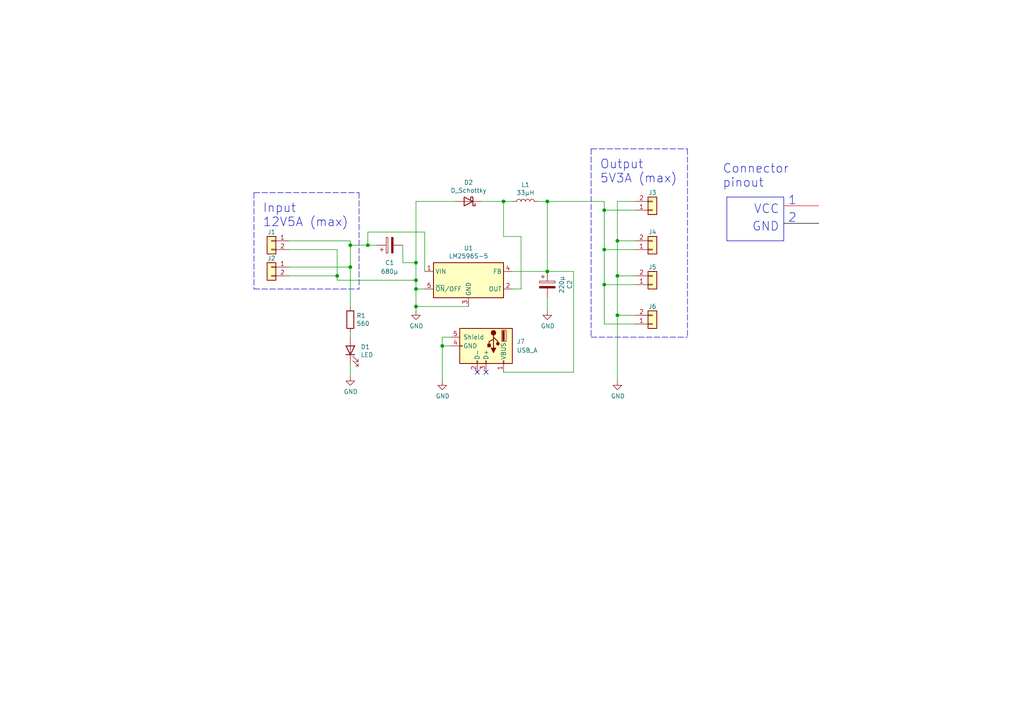
<source format=kicad_sch>
(kicad_sch (version 20211123) (generator eeschema)
  (paper "A4")
  (lib_symbols
    (symbol "Connector:USB_A" (pin_names (offset 1.016))
      (property "Reference" "J" (at -5.08 11.43 0))
      (property "Value" "USB_A" (at -5.08 8.89 0))
      (symbol "USB_A_0_1"
        (rectangle (start -5.08 -7.62) (end 5.08 7.62) (stroke (width 0.254)) (fill (type background)))
        (circle (center -3.81 2.159) (radius 0.635) (stroke (width 0.254)) (fill (type outline)))
        (rectangle (start -1.524 4.826) (end -4.318 5.334) (fill (type outline)))
        (rectangle (start -1.27 4.572) (end -4.572 5.842))
        (circle (center -0.635 3.429) (radius 0.381) (stroke (width 0.254)) (fill (type outline)))
        (rectangle (start -0.127 -7.62) (end 0.127 -6.858))
        (polyline (pts (xy -3.175 2.159) (xy -2.54 2.159) (xy -1.27 3.429) (xy -0.635 3.429)) (stroke (width 0.254)))
        (polyline (pts (xy -2.54 2.159) (xy -1.905 2.159) (xy -1.27 0.889) (xy 0 0.889)) (stroke (width 0.254)))
        (polyline (pts (xy 0.635 2.794) (xy 0.635 1.524) (xy 1.905 2.159) (xy 0.635 2.794)) (stroke (width 0.254)) (fill (type outline)))
        (rectangle (start 0.254 1.27) (end -0.508 0.508) (stroke (width 0.254)) (fill (type outline)))
        (rectangle (start 5.08 -2.667) (end 4.318 -2.413))
        (rectangle (start 5.08 -0.127) (end 4.318 0.127))
        (rectangle (start 5.08 4.953) (end 4.318 5.207))
      )
      (symbol "USB_A_1_1"
        (polyline (pts (xy -1.905 2.159) (xy 0.635 2.159)) (stroke (width 0.254)))
        (pin power_in line (at 7.62 5.08 180) (length 2.54) (name "VBUS") (number "1"))
        (pin bidirectional line (at 7.62 -2.54 180) (length 2.54) (name "D-") (number "2"))
        (pin bidirectional line (at 7.62 0 180) (length 2.54) (name "D+") (number "3"))
        (pin power_in line (at 0 -10.16 90) (length 2.54) (name "GND") (number "4"))
        (pin passive line (at -2.54 -10.16 90) (length 2.54) (name "Shield") (number "5"))
      )
    )
    (symbol "Connector_Generic:Conn_01x02" (pin_names (offset 1.016) hide)
      (property "Reference" "J" (at 0 2.54 0))
      (property "Value" "Conn_01x02" (at 0 -5.08 0))
      (symbol "Conn_01x02_1_1"
        (rectangle (start -1.27 -2.413) (end 0 -2.667) (stroke (width 0.1524)))
        (rectangle (start -1.27 0.127) (end 0 -0.127) (stroke (width 0.1524)))
        (rectangle (start -1.27 1.27) (end 1.27 -3.81) (stroke (width 0.254)) (fill (type background)))
        (pin passive line (at -5.08 0 0) (length 3.81) (name "Pin_1") (number "1"))
        (pin passive line (at -5.08 -2.54 0) (length 3.81) (name "Pin_2") (number "2"))
      )
    )
    (symbol "Device:CP" (pin_numbers hide) (pin_names (offset 0.254))
      (property "Reference" "C" (at 0.635 2.54 0))
      (property "Value" "Device_CP" (at 0.635 -2.54 0))
      (symbol "CP_0_1"
        (rectangle (start -2.286 0.508) (end 2.286 1.016))
        (polyline (pts (xy -1.778 2.286) (xy -0.762 2.286)))
        (polyline (pts (xy -1.27 2.794) (xy -1.27 1.778)))
        (rectangle (start 2.286 -0.508) (end -2.286 -1.016) (fill (type outline)))
      )
      (symbol "CP_1_1"
        (pin passive line (at 0 3.81 270) (length 2.794) (name "~") (number "1"))
        (pin passive line (at 0 -3.81 90) (length 2.794) (name "~") (number "2"))
      )
    )
    (symbol "Device:D_Schottky" (pin_numbers hide) (pin_names (offset 1.016) hide)
      (property "Reference" "D" (at 0 2.54 0))
      (property "Value" "D_Schottky" (at 0 -2.54 0))
      (symbol "D_Schottky_0_1"
        (polyline (pts (xy 1.27 0) (xy -1.27 0)))
        (polyline (pts (xy 1.27 1.27) (xy 1.27 -1.27) (xy -1.27 0) (xy 1.27 1.27)) (stroke (width 0.254)))
        (polyline (pts (xy -1.905 0.635) (xy -1.905 1.27) (xy -1.27 1.27) (xy -1.27 -1.27) (xy -0.635 -1.27) (xy -0.635 -0.635)) (stroke (width 0.254)))
      )
      (symbol "D_Schottky_1_1"
        (pin passive line (at -3.81 0 0) (length 2.54) (name "K") (number "1"))
        (pin passive line (at 3.81 0 180) (length 2.54) (name "A") (number "2"))
      )
    )
    (symbol "Device:L" (pin_numbers hide) (pin_names (offset 1.016) hide)
      (property "Reference" "L" (at -1.27 0 90))
      (property "Value" "L" (at 1.905 0 90))
      (symbol "L_0_1"
        (arc (start 0 -2.54) (mid 0.635 -1.905) (end 0 -1.27))
        (arc (start 0 -1.27) (mid 0.635 -0.635) (end 0 0))
        (arc (start 0 0) (mid 0.635 0.635) (end 0 1.27))
        (arc (start 0 1.27) (mid 0.635 1.905) (end 0 2.54))
      )
      (symbol "L_1_1"
        (pin passive line (at 0 3.81 270) (length 1.27) (name "1") (number "1"))
        (pin passive line (at 0 -3.81 90) (length 1.27) (name "2") (number "2"))
      )
    )
    (symbol "Device:LED" (pin_numbers hide) (pin_names (offset 1.016) hide)
      (property "Reference" "D" (at 0 2.54 0))
      (property "Value" "LED" (at 0 -2.54 0))
      (symbol "LED_0_1"
        (polyline (pts (xy -1.27 -1.27) (xy -1.27 1.27)) (stroke (width 0.254)))
        (polyline (pts (xy -1.27 0) (xy 1.27 0)))
        (polyline (pts (xy 1.27 -1.27) (xy 1.27 1.27) (xy -1.27 0) (xy 1.27 -1.27)) (stroke (width 0.254)))
        (polyline (pts (xy -3.048 -0.762) (xy -4.572 -2.286) (xy -3.81 -2.286) (xy -4.572 -2.286) (xy -4.572 -1.524)))
        (polyline (pts (xy -1.778 -0.762) (xy -3.302 -2.286) (xy -2.54 -2.286) (xy -3.302 -2.286) (xy -3.302 -1.524)))
      )
      (symbol "LED_1_1"
        (pin passive line (at -3.81 0 0) (length 2.54) (name "K") (number "1"))
        (pin passive line (at 3.81 0 180) (length 2.54) (name "A") (number "2"))
      )
    )
    (symbol "Device:R" (pin_numbers hide) (pin_names (offset 0))
      (property "Reference" "R" (at 2.032 0 90))
      (property "Value" "R" (at 0 0 90))
      (symbol "R_0_1"
        (rectangle (start -1.016 -2.54) (end 1.016 2.54) (stroke (width 0.254)))
      )
      (symbol "R_1_1"
        (pin passive line (at 0 3.81 270) (length 1.27) (name "~") (number "1"))
        (pin passive line (at 0 -3.81 90) (length 1.27) (name "~") (number "2"))
      )
    )
    (symbol "Regulator_Switching:LM2596S-5"
      (property "Reference" "U" (at -10.16 6.35 0))
      (property "Value" "LM2596S-5" (at 0 6.35 0))
      (symbol "LM2596S-5_0_1"
        (rectangle (start -10.16 5.08) (end 10.16 -5.08) (stroke (width 0.254)) (fill (type background)))
      )
      (symbol "LM2596S-5_1_1"
        (pin power_in line (at -12.7 2.54 0) (length 2.54) (name "VIN") (number "1"))
        (pin output line (at 12.7 -2.54 180) (length 2.54) (name "OUT") (number "2"))
        (pin power_in line (at 0 -7.62 90) (length 2.54) (name "GND") (number "3"))
        (pin input line (at 12.7 2.54 180) (length 2.54) (name "FB") (number "4"))
        (pin input line (at -12.7 -2.54 0) (length 2.54) (name "~{ON}/OFF") (number "5"))
      )
    )
    (symbol "power:GND" (power) (pin_names (offset 0))
      (property "Value" "GND" (at 0 -3.81 0))
      (symbol "GND_0_1"
        (polyline (pts (xy 0 0) (xy 0 -1.27) (xy 1.27 -1.27) (xy 0 -2.54) (xy -1.27 -1.27) (xy 0 -1.27)))
      )
      (symbol "GND_1_1"
        (pin power_in line (at 0 0 270) (length 0) hide (name "GND") (number "1"))
      )
    )
  )
  (junction (at 101.6 77.47))
  (junction (at 120.65 76.2))
  (junction (at 175.26 72.39))
  (junction (at 97.79 80.01))
  (junction (at 120.65 83.82))
  (junction (at 101.6 71.12))
  (junction (at 146.05 58.42))
  (junction (at 120.65 88.9))
  (junction (at 120.65 81.28))
  (junction (at 179.07 80.01))
  (junction (at 175.26 82.55))
  (junction (at 179.07 91.44))
  (junction (at 158.75 78.74))
  (junction (at 179.07 69.85))
  (junction (at 158.75 58.42))
  (junction (at 106.68 71.12))
  (junction (at 175.26 60.96))
  (junction (at 128.27 100.33))
  (no_connect (at 138.43 107.95))
  (no_connect (at 140.97 107.95))
  (wire (pts (xy 175.26 82.55) (xy 175.26 93.98)))
  (polyline (pts (xy 210.82 57.15) (xy 210.82 69.85)) (stroke (width 0) (type solid)))
  (wire (pts (xy 97.79 80.01) (xy 97.79 81.28)))
  (wire (pts (xy 120.65 76.2) (xy 120.65 58.42)))
  (wire (pts (xy 120.65 58.42) (xy 132.08 58.42)))
  (wire (pts (xy 83.82 77.47) (xy 101.6 77.47)))
  (wire (pts (xy 184.15 58.42) (xy 179.07 58.42)))
  (wire (pts (xy 97.79 81.28) (xy 120.65 81.28)))
  (wire (pts (xy 166.37 78.74) (xy 166.37 107.95)))
  (wire (pts (xy 106.68 67.31) (xy 123.19 67.31)))
  (wire (pts (xy 158.75 78.74) (xy 166.37 78.74)))
  (wire (pts (xy 83.82 69.85) (xy 101.6 69.85)))
  (wire (pts (xy 135.89 88.9) (xy 120.65 88.9)))
  (wire (pts (xy 128.27 110.49) (xy 128.27 100.33)))
  (wire (pts (xy 179.07 80.01) (xy 179.07 91.44)))
  (wire (pts (xy 128.27 100.33) (xy 130.81 100.33)))
  (wire (pts (xy 151.13 83.82) (xy 148.59 83.82)))
  (wire (pts (xy 101.6 71.12) (xy 106.68 71.12)))
  (wire (pts (xy 151.13 68.58) (xy 151.13 83.82)))
  (polyline (pts (xy 227.33 59.69) (xy 237.49 59.69)) (stroke (width 0) (type solid) (color 255 0 0 1)))
  (wire (pts (xy 184.15 60.96) (xy 175.26 60.96)))
  (wire (pts (xy 158.75 58.42) (xy 158.75 78.74)))
  (wire (pts (xy 116.84 76.2) (xy 120.65 76.2)))
  (polyline (pts (xy 73.66 83.82) (xy 104.14 83.82)))
  (wire (pts (xy 179.07 58.42) (xy 179.07 69.85)))
  (polyline (pts (xy 171.45 43.18) (xy 199.39 43.18)))
  (wire (pts (xy 179.07 91.44) (xy 179.07 110.49)))
  (wire (pts (xy 101.6 105.41) (xy 101.6 109.22)))
  (wire (pts (xy 148.59 78.74) (xy 158.75 78.74)))
  (wire (pts (xy 184.15 69.85) (xy 179.07 69.85)))
  (wire (pts (xy 175.26 58.42) (xy 175.26 60.96)))
  (wire (pts (xy 97.79 80.01) (xy 83.82 80.01)))
  (wire (pts (xy 179.07 69.85) (xy 179.07 80.01)))
  (wire (pts (xy 120.65 81.28) (xy 120.65 83.82)))
  (wire (pts (xy 158.75 86.36) (xy 158.75 90.17)))
  (wire (pts (xy 146.05 58.42) (xy 148.59 58.42)))
  (wire (pts (xy 101.6 88.9) (xy 101.6 77.47)))
  (wire (pts (xy 184.15 72.39) (xy 175.26 72.39)))
  (wire (pts (xy 158.75 58.42) (xy 175.26 58.42)))
  (wire (pts (xy 116.84 71.12) (xy 116.84 76.2)))
  (wire (pts (xy 128.27 97.79) (xy 130.81 97.79)))
  (wire (pts (xy 120.65 83.82) (xy 120.65 88.9)))
  (polyline (pts (xy 199.39 43.18) (xy 199.39 97.79)))
  (wire (pts (xy 101.6 69.85) (xy 101.6 71.12)))
  (wire (pts (xy 101.6 96.52) (xy 101.6 97.79)))
  (wire (pts (xy 97.79 72.39) (xy 97.79 80.01)))
  (polyline (pts (xy 227.33 64.77) (xy 237.49 64.77)) (stroke (width 0) (type solid) (color 0 0 0 1)))
  (wire (pts (xy 101.6 71.12) (xy 101.6 77.47)))
  (wire (pts (xy 128.27 100.33) (xy 128.27 97.79)))
  (polyline (pts (xy 227.33 69.85) (xy 210.82 69.85)) (stroke (width 0) (type solid)))
  (polyline (pts (xy 227.33 57.15) (xy 210.82 57.15)) (stroke (width 0) (type solid)))
  (wire (pts (xy 83.82 72.39) (xy 97.79 72.39)))
  (wire (pts (xy 120.65 88.9) (xy 120.65 90.17)))
  (polyline (pts (xy 73.66 55.88) (xy 104.14 55.88)))
  (wire (pts (xy 106.68 71.12) (xy 106.68 67.31)))
  (wire (pts (xy 184.15 80.01) (xy 179.07 80.01)))
  (polyline (pts (xy 171.45 43.18) (xy 171.45 97.79)))
  (wire (pts (xy 184.15 91.44) (xy 179.07 91.44)))
  (polyline (pts (xy 227.33 57.15) (xy 227.33 69.85)) (stroke (width 0) (type solid)))
  (polyline (pts (xy 73.66 55.88) (xy 73.66 83.82)))
  (wire (pts (xy 156.21 58.42) (xy 158.75 58.42)))
  (wire (pts (xy 175.26 72.39) (xy 175.26 82.55)))
  (wire (pts (xy 123.19 67.31) (xy 123.19 78.74)))
  (wire (pts (xy 166.37 107.95) (xy 146.05 107.95)))
  (wire (pts (xy 123.19 83.82) (xy 120.65 83.82)))
  (polyline (pts (xy 171.45 97.79) (xy 199.39 97.79)))
  (wire (pts (xy 120.65 76.2) (xy 120.65 81.28)))
  (wire (pts (xy 146.05 58.42) (xy 139.7 58.42)))
  (polyline (pts (xy 104.14 55.88) (xy 104.14 83.82)))
  (wire (pts (xy 146.05 68.58) (xy 146.05 58.42)))
  (wire (pts (xy 175.26 93.98) (xy 184.15 93.98)))
  (wire (pts (xy 146.05 68.58) (xy 151.13 68.58)))
  (wire (pts (xy 175.26 82.55) (xy 184.15 82.55)))
  (wire (pts (xy 109.22 71.12) (xy 106.68 71.12)))
  (wire (pts (xy 175.26 60.96) (xy 175.26 72.39)))
  (text "GND" (at 226.06 67.31 180) (effects (font (size 2.54 2.54)) (justify right bottom)))
  (text "2" (at 231.14 64.77 180) (effects (font (size 2.54 2.54)) (justify right bottom)))
  (text "Input\n12V5A (max)" (at 76.2 66.04 0) (effects (font (size 2.54 2.54)) (justify left bottom)))
  (text "Connector\npinout" (at 209.55 54.61 0) (effects (font (size 2.54 2.54)) (justify left bottom)))
  (text "1" (at 231.14 59.69 180) (effects (font (size 2.54 2.54)) (justify right bottom)))
  (text "Output\n5V3A (max)" (at 173.99 53.34 0) (effects (font (size 2.54 2.54)) (justify left bottom)))
  (text "VCC" (at 226.06 62.23 180) (effects (font (size 2.54 2.54)) (justify right bottom)))
  (symbol (lib_id "Device:CP") (at 113.03 71.12 90) (unit 1)
    (property "Reference" "C1" (at 113.03 76.2 90))
    (property "Value" "680µ" (at 113.03 78.74 90))
    (property "Footprint" "Capacitor_THT:CP_Radial_D10.0mm_P5.00mm" (effects hide))
  )
  (symbol (lib_id "Device:D_Schottky") (at 135.89 58.42 180) (unit 1)
    (property "Reference" "D2" (at 135.89 52.9336 0))
    (property "Value" "D_Schottky" (at 135.89 55.245 0))
    (property "Footprint" "Diode_THT:D_DO-201_P15.24mm_Horizontal" (effects hide))
  )
  (symbol (lib_id "Device:CP") (at 158.75 82.55 0) (unit 1)
    (property "Reference" "C2" (at 165.227 82.55 90))
    (property "Value" "220µ" (at 162.9156 82.55 90))
    (property "Footprint" "Capacitor_THT:CP_Radial_D8.0mm_P3.80mm" (effects hide))
  )
  (symbol (lib_id "Device:L") (at 152.4 58.42 90) (unit 1)
    (property "Reference" "L1" (at 152.4 53.594 90))
    (property "Value" "33µH" (at 152.4 55.9054 90))
    (property "Footprint" "Inductor_THT:L_Radial_D10.0mm_P5.00mm_Neosid_SD12_style3" (effects hide))
  )
  (symbol (lib_id "Connector_Generic:Conn_01x02") (at 189.23 60.96 0) (mirror x) (unit 1)
    (property "Reference" "J3" (at 189.23 55.88 0))
    (property "Value" "Conn_01x02" (effects hide))
    (property "Footprint" "Connector_JST:JST_XH_B2B-XH-A_1x02_P2.50mm_Vertical" (effects hide))
  )
  (symbol (lib_id "Connector_Generic:Conn_01x02") (at 189.23 72.39 0) (mirror x) (unit 1)
    (property "Reference" "J4" (at 189.23 67.31 0))
    (property "Value" "Conn_01x02" (effects hide))
    (property "Footprint" "Connector_JST:JST_XH_B2B-XH-A_1x02_P2.50mm_Vertical" (effects hide))
  )
  (symbol (lib_id "power:GND") (at 179.07 110.49 0) (unit 1)
    (property "Reference" "#PWR02" (effects hide))
    (property "Value" "GND" (at 179.197 114.8842 0))
  )
  (symbol (lib_id "Regulator_Switching:LM2596S-5") (at 135.89 81.28 0) (unit 1)
    (property "Reference" "U1" (at 135.89 71.9582 0))
    (property "Value" "LM2596S-5" (at 135.89 74.2696 0))
    (property "Footprint" "Package_TO_SOT_THT:TO-220-5_P3.4x3.7mm_StaggerOdd_Lead3.8mm_Vertical" (effects hide))
    (property "Datasheet" "http://www.ti.com/lit/ds/symlink/lm2596.pdf" (effects hide))
  )
  (symbol (lib_id "power:GND") (at 158.75 90.17 0) (unit 1)
    (property "Reference" "#PWR03" (effects hide))
    (property "Value" "GND" (at 158.877 94.5642 0))
  )
  (symbol (lib_id "power:GND") (at 120.65 90.17 0) (unit 1)
    (property "Reference" "#PWR01" (effects hide))
    (property "Value" "GND" (at 120.777 94.5642 0))
  )
  (symbol (lib_id "Connector_Generic:Conn_01x02") (at 78.74 77.47 0) (mirror y) (unit 1)
    (property "Reference" "J2" (at 78.74 74.93 0))
    (property "Value" "Conn_01x02" (effects hide))
    (property "Footprint" "Connector_JST:JST_XH_B2B-XH-A_1x02_P2.50mm_Vertical" (effects hide))
  )
  (symbol (lib_id "Connector_Generic:Conn_01x02") (at 78.74 69.85 0) (mirror y) (unit 1)
    (property "Reference" "J1" (at 78.74 67.31 0))
    (property "Value" "Conn_01x02" (effects hide))
    (property "Footprint" "Connector_JST:JST_XH_B2B-XH-A_1x02_P2.50mm_Vertical" (effects hide))
  )
  (symbol (lib_id "Device:R") (at 101.6 92.71 0) (unit 1)
    (property "Reference" "R1" (at 103.378 91.5416 0) (effects (justify left)))
    (property "Value" "560" (at 103.378 93.853 0) (effects (justify left)))
    (property "Footprint" "Resistor_THT:R_Box_L13.0mm_W4.0mm_P9.00mm" (effects hide))
  )
  (symbol (lib_id "Device:LED") (at 101.6 101.6 90) (unit 1)
    (property "Reference" "D1" (at 104.5972 100.6094 90) (effects (justify right)))
    (property "Value" "LED" (at 104.5972 102.9208 90) (effects (justify right)))
    (property "Footprint" "LED_THT:LED_D3.0mm" (effects hide))
  )
  (symbol (lib_id "power:GND") (at 101.6 109.22 0) (unit 1)
    (property "Reference" "#PWR0101" (effects hide))
    (property "Value" "GND" (at 101.727 113.6142 0))
  )
  (symbol (lib_id "Connector_Generic:Conn_01x02") (at 189.23 82.55 0) (mirror x) (unit 1)
    (property "Reference" "J5" (at 189.23 77.47 0))
    (property "Value" "Conn_01x02" (effects hide))
    (property "Footprint" "Connector_JST:JST_XH_B2B-XH-A_1x02_P2.50mm_Vertical" (effects hide))
  )
  (symbol (lib_id "Connector_Generic:Conn_01x02") (at 189.23 93.98 0) (mirror x) (unit 1)
    (property "Reference" "J6" (at 189.23 88.9 0))
    (property "Value" "Conn_01x02" (effects hide))
    (property "Footprint" "Connector_JST:JST_XH_B2B-XH-A_1x02_P2.50mm_Vertical" (effects hide))
  )
  (symbol (lib_id "Connector:USB_A") (at 140.97 100.33 270) (unit 1)
    (property "Reference" "J7" (at 149.86 99.0599 90) (effects (justify left)))
    (property "Value" "USB_A" (at 149.86 101.5999 90) (effects (justify left)))
    (property "Footprint" "Connector_USB:USB_A_Wuerth_614004134726_Horizontal" (effects hide))
    (property "Datasheet" " ~" (effects hide))
  )
  (symbol (lib_id "power:GND") (at 128.27 110.49 0) (unit 1)
    (property "Reference" "#PWR0102" (effects hide))
    (property "Value" "GND" (at 128.397 114.8842 0))
  )
)
</source>
